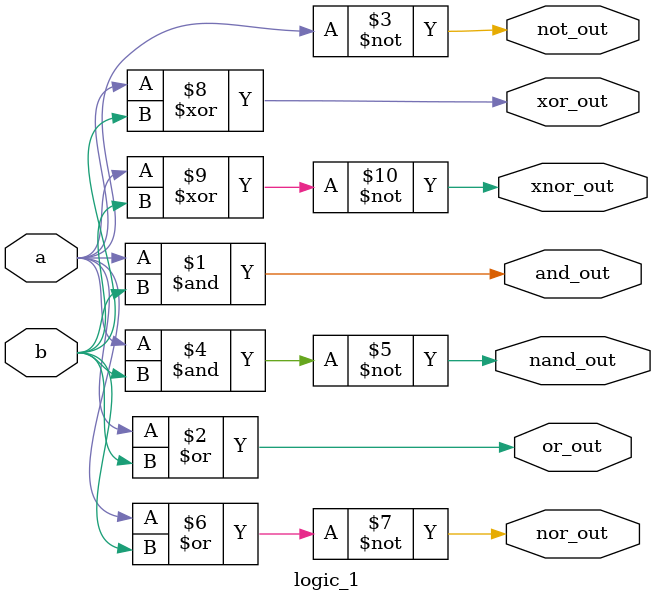
<source format=v>
module logic_1(
    input  wire a,     
    input  wire b,     
    output wire and_out,
    output wire or_out,
    output wire not_out,  
    output wire nand_out,
    output wire nor_out,
    output wire xor_out,
    output wire xnor_out
);
    assign and_out  = a & b;      
    assign or_out   = a | b;      
    assign not_out  = ~a;         
    assign nand_out = ~(a & b);   
    assign nor_out  = ~(a | b);   
    assign xor_out  = a ^ b;      
    assign xnor_out = ~(a ^ b);   
endmodule


</source>
